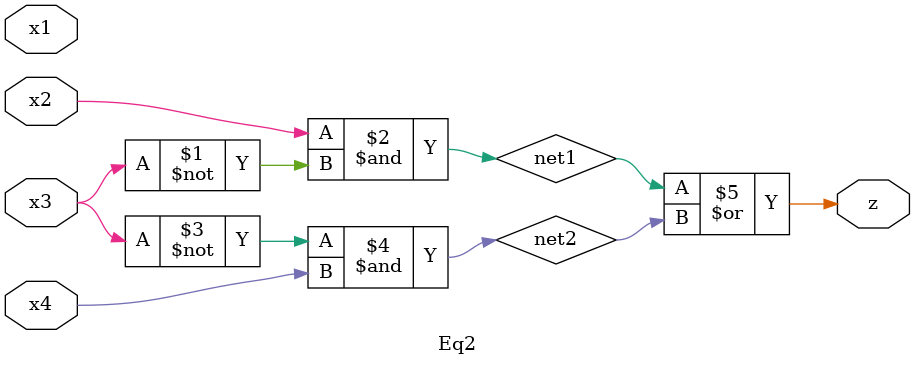
<source format=v>

module Eq2(x1,x2,x3,x4,z);
  input x1,x2,x3,x4;
  output z;
  and a1(net1,x2,~x3);
  and a2(net2,~x3,x4);
  or  o1(z,net1,net2);
endmodule
</source>
